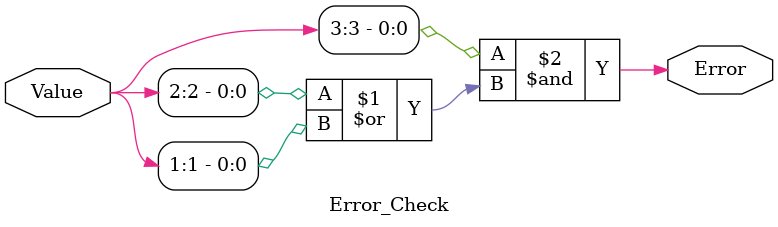
<source format=v>
module Lab2(LEDR, SW, HEX0, HEX1, HEX3, HEX5);
	input [9:0] SW;
	output [9:0] LEDR;
	output [0:6] HEX0, HEX1, HEX3, HEX5;
	wire [3:0] X, Y, s;
	wire [4:0] c;
	wire Correct;
	wire [4:0] Sum;
	wire Err0, Err1;
	
	assign X = SW[7:4];
	assign Y = SW[3:0];
	assign c[0] = SW[8];
	
    //Check input phai nho hon 9 
	Error_Check E0(X, Err0);
	Error_Check E1(Y, Err1);
	
	Full_Adder F0(X[0], Y[0], c[0], c[1], s[0]);
	Full_Adder F1(X[1], Y[1], c[1], c[2], s[1]);
	Full_Adder F2(X[2], Y[2], c[2], c[3], s[2]);
	Full_Adder F3(X[3], Y[3], c[3], c[4], s[3]);
	
    //correct = 1 khi sum > 9
	Comparator C1({c[4], s[3:0]}, Correct);
	Mux5_1 H1({c[4], s[3:0]}, Correct, Sum[4:0]);
	
    //Hien thi tong
	BCD_7seg Disp1(Sum[3:0], HEX0);
	BCD_7seg1 Disp2(Sum[4], HEX1);
	
    //Hien thi gia tri X & Y
    BCD_7seg Disp3(Y, HEX3);
	BCD_7seg Disp4(X, HEX5);
	
	assign LEDR [3:0] = s[3:0];
	assign LEDR [4] = c[4];
	assign LEDR [8:5] = 1'b0;
	assign LEDR [9] = Err0 | Err1;
	
endmodule
module Full_Adder(a, b, cin, cout, s);
	
	input a, b, cin;
	output cout, s;
	
	assign {cout, s} = a + b + cin;
	
endmodule

module BCD_7seg1(Value, Display);
    input Value;
    output [0:6] Display;

    assign Display[0:6] = (~Value) ? 7'b0000001 : 7'b1001111;
endmodule

module BCD_7seg(Value, Display);
	input [3:0] Value;
	output [0:6] Display;
	
	assign Display[0] = (Value[3] & Value[0] & (Value[2] ^ Value[1])) | (~Value[3] & ~Value[1] & (Value[2] ^ Value[0]));
	assign Display[1] = (Value[3] & Value[2] & (Value[1] | ~Value[0])) | (Value[3] & Value[1] & Value[0]) | (~Value[3] & Value[2] & (Value[1] ^ Value[0]));
	assign Display[2] = (Value[3] & Value[2] & (Value[1] | ~Value[0])) | (~Value[3] & ~Value[2] & Value[1] & ~Value[0]);
	assign Display[3] = (Value[2] & Value[1] & Value[0]) | (~Value[2] & ~Value[1] & Value[0]) | (~Value[3] & Value[2] & ~Value[1] & ~Value[0]) | (Value[3] & ~Value[2] & Value[1] & ~Value[0]);
	assign Display[4] = (~Value[3] & Value[2] & (~Value[1] | Value[0])) | (~Value[2] & Value[0] & (~Value[3] | ~Value[1]));
	assign Display[5] = (~Value[3] & ~Value[2] & (Value[1] | Value[0])) | (~Value[3] & Value[0] & (~Value[2] | Value[1])) | (Value[3] & Value[2] & ~Value[1] & Value[0]);
	assign Display[6] = (~Value[3] & ~Value[2] & ~Value[1]) | (~Value[3] & Value[2] & Value[1] & Value[0]) | (Value[3] & Value[2] & ~Value[1] & ~Value[0]);
	
endmodule

module Comparator(Value, Correction);
	
	input [4:0] Value;
	output Correction;
	
	assign Correction = Value[4] | (Value[3] & (Value[2] | Value[1]));
	
endmodule

module Mux5_1(Value, C, Out);
	
	input [4:0] Value;
	input C;
	output [4:0] Out;
	
	assign Out = Value + (5'b00110 & {5{C}});
	
endmodule
module Error_Check(Value, Error);
	
	input [3:0] Value;
	output Error;
	
	assign Error = Value[3] & (Value[2] | Value[1]);
	
endmodule
</source>
